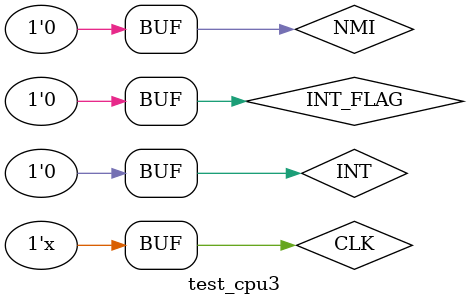
<source format=v>
`timescale 1ns / 1ps


module test_cpu3;

	// Inputs
	reg CLK;
	reg INT;
	reg NMI;
	reg INT_FLAG;

	// Instantiate the Unit Under Test (UUT)
	CPU uut (
		.CLK(CLK), 
		.INT(INT), 
		.NMI(NMI), 
		.INT_FLAG(INT_FLAG)
	);

	initial begin
		// Initialize Inputs
		CLK = 0;
		INT = 0;
		NMI = 0;
		INT_FLAG = 0;

		// Wait 100 ns for global reset to finish
		#100;
	//	NMI = 1;
        
		// Add stimulus here

	end
	   always 	
	#100 CLK=~CLK; 
      
endmodule


</source>
